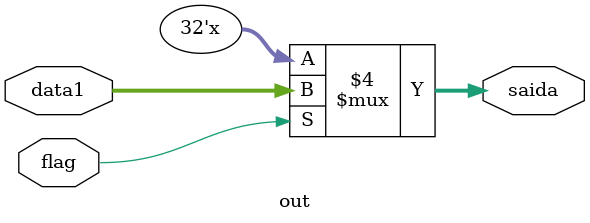
<source format=v>
module out(data1,saida,flag);

input[31:0] data1;
reg [31:0] aux;
input flag;
output reg [31:0] saida;

always @(*)
begin
if(flag==1)
	
saida=data1;

end 


endmodule
</source>
